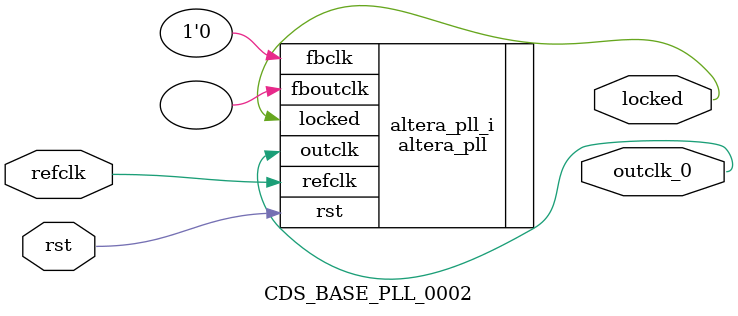
<source format=v>
`timescale 1ns/10ps
module  CDS_BASE_PLL_0002(

	// interface 'refclk'
	input wire refclk,

	// interface 'reset'
	input wire rst,

	// interface 'outclk0'
	output wire outclk_0,

	// interface 'locked'
	output wire locked
);

	altera_pll #(
		.fractional_vco_multiplier("false"),
		.reference_clock_frequency("50.0 MHz"),
		.operation_mode("source synchronous"),
		.number_of_clocks(1),
		.output_clock_frequency0("50.000000 MHz"),
		.phase_shift0("0 ps"),
		.duty_cycle0(50),
		.output_clock_frequency1("0 MHz"),
		.phase_shift1("0 ps"),
		.duty_cycle1(50),
		.output_clock_frequency2("0 MHz"),
		.phase_shift2("0 ps"),
		.duty_cycle2(50),
		.output_clock_frequency3("0 MHz"),
		.phase_shift3("0 ps"),
		.duty_cycle3(50),
		.output_clock_frequency4("0 MHz"),
		.phase_shift4("0 ps"),
		.duty_cycle4(50),
		.output_clock_frequency5("0 MHz"),
		.phase_shift5("0 ps"),
		.duty_cycle5(50),
		.output_clock_frequency6("0 MHz"),
		.phase_shift6("0 ps"),
		.duty_cycle6(50),
		.output_clock_frequency7("0 MHz"),
		.phase_shift7("0 ps"),
		.duty_cycle7(50),
		.output_clock_frequency8("0 MHz"),
		.phase_shift8("0 ps"),
		.duty_cycle8(50),
		.output_clock_frequency9("0 MHz"),
		.phase_shift9("0 ps"),
		.duty_cycle9(50),
		.output_clock_frequency10("0 MHz"),
		.phase_shift10("0 ps"),
		.duty_cycle10(50),
		.output_clock_frequency11("0 MHz"),
		.phase_shift11("0 ps"),
		.duty_cycle11(50),
		.output_clock_frequency12("0 MHz"),
		.phase_shift12("0 ps"),
		.duty_cycle12(50),
		.output_clock_frequency13("0 MHz"),
		.phase_shift13("0 ps"),
		.duty_cycle13(50),
		.output_clock_frequency14("0 MHz"),
		.phase_shift14("0 ps"),
		.duty_cycle14(50),
		.output_clock_frequency15("0 MHz"),
		.phase_shift15("0 ps"),
		.duty_cycle15(50),
		.output_clock_frequency16("0 MHz"),
		.phase_shift16("0 ps"),
		.duty_cycle16(50),
		.output_clock_frequency17("0 MHz"),
		.phase_shift17("0 ps"),
		.duty_cycle17(50),
		.pll_type("General"),
		.pll_subtype("General")
	) altera_pll_i (
		.rst	(rst),
		.outclk	({outclk_0}),
		.locked	(locked),
		.fboutclk	( ),
		.fbclk	(1'b0),
		.refclk	(refclk)
	);
endmodule


</source>
